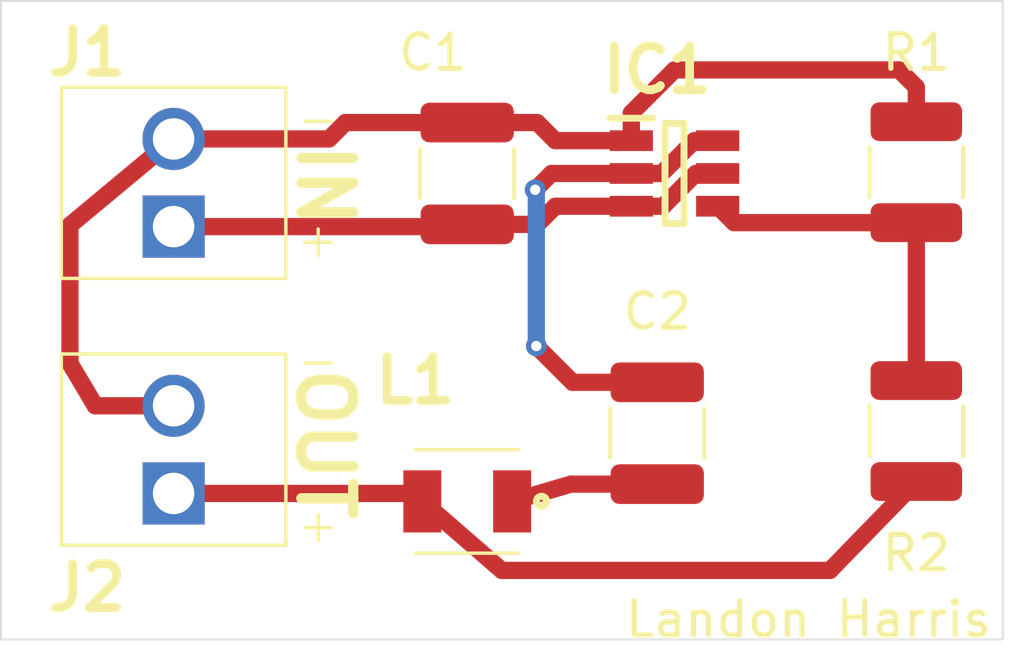
<source format=kicad_pcb>
(kicad_pcb (version 20241229) (generator "pcbnew") (generator_version "9.0")
  (layers (0 "F.Cu" signal) (2 "B.Cu" signal) (13 "F.Paste" user) (15 "B.Paste" user) (5 "F.SilkS" user "F.Silkscreen") (7 "B.SilkS" user "B.Silkscreen") (1 "F.Mask" user) (3 "B.Mask" user) (25 "Edge.Cuts" user))
  (net 0 "")
  (net 1 "GND")
  (net 2 "/IN")
  (net 3 "VBST")
  (net 4 "Net-(C2-Pad2)")
  (net 5 "/OUT")
  (net 6 "Net-(U1-VFB)")
  (footprint "SamacSys_Parts:SOT95P280X110-6N" (layer "F.Cu") (at 131 57.5)
    (property "Reference" "IC1" (at -0.5 -3 0) (layer "F.SilkS") (effects (font (size 1.27 1.27) (thickness 0.254))))
    (property "Value" "TPS561208DDCR" (hide yes))
    (fp_line (start -1.875 -1.6) (end -0.625 -1.6) (stroke (width 0.2)) (layer "F.SilkS"))
    (fp_line (start -0.275 -1.45) (end 0.275 -1.45) (stroke (width 0.2)) (layer "F.SilkS"))
    (fp_line (start -0.275 1.45) (end -0.275 -1.45) (stroke (width 0.2)) (layer "F.SilkS"))
    (fp_line (start 0.275 -1.45) (end 0.275 1.45) (stroke (width 0.2)) (layer "F.SilkS"))
    (fp_line (start 0.275 1.45) (end -0.275 1.45) (stroke (width 0.2)) (layer "F.SilkS"))
    (pad "1" smd rect (at -1.25 -0.95 90) (size 0.6 1.25) (layers "F.Cu" "F.Mask" "F.Paste") (net 1 "GND"))
    (pad "2" smd rect (at -1.25 0 90) (size 0.6 1.25) (layers "F.Cu" "F.Mask" "F.Paste") (net 3 "VBST"))
    (pad "3" smd rect (at -1.25 0.95 90) (size 0.6 1.25) (layers "F.Cu" "F.Mask" "F.Paste") (net 2 "/IN"))
    (pad "4" smd rect (at 1.25 0.95 90) (size 0.6 1.25) (layers "F.Cu" "F.Mask" "F.Paste") (net 6 "Net-(U1-VFB)"))
    (pad "5" smd rect (at 1.25 0 90) (size 0.6 1.25) (layers "F.Cu" "F.Mask" "F.Paste") (net 2 "/IN"))
    (pad "6" smd rect (at 1.25 -0.95 90) (size 0.6 1.25) (layers "F.Cu" "F.Mask" "F.Paste") (net 3 "VBST"))
  )
  (footprint "SamacSys_Parts:282834-2_1" (layer "F.Cu") (at 116.5 59.04 90)
    (property "Reference" "J1" (at 5.04 -2.5 180) (layer "F.SilkS") (effects (font (size 1.27 1.27) (thickness 0.254))))
    (property "Value" "IN" (hide yes))
    (fp_line (start 4.04 -3.25) (end 4.04 3.25) (stroke (width 0.1)) (layer "F.SilkS"))
    (fp_line (start -1.5 -3.25) (end 4.04 -3.25) (stroke (width 0.1)) (layer "F.SilkS"))
    (fp_line (start 4.04 3.25) (end -1.5 3.25) (stroke (width 0.1)) (layer "F.SilkS"))
    (fp_line (start -1.5 3.25) (end -1.5 -3.25) (stroke (width 0.1)) (layer "F.SilkS"))
    (pad "1" thru_hole rect (at 0 0 90) (size 1.8 1.8) (drill 1.2) (layers "*.Cu" "*.Mask") (net 2 "/IN"))
    (pad "2" thru_hole circle (at 2.54 0 90) (size 1.8 1.8) (drill 1.2) (layers "*.Cu" "*.Mask") (net 1 "GND"))
  )
  (footprint "Capacitor_SMD:C_1210_3225Metric" (layer "F.Cu") (at 130.5 65.025 -90)
    (property "Reference" "C2" (at -3.525 0 180) (layer "F.SilkS"))
    (property "Value" "0.1uF")
    (fp_line (start -0.711252 1.36) (end 0.711252 1.36) (stroke (width 0.12)) (layer "F.SilkS"))
    (fp_line (start -0.711252 -1.36) (end 0.711252 -1.36) (stroke (width 0.12)) (layer "F.SilkS"))
    (pad "1" smd roundrect (at -1.475 0 270) (size 1.15 2.7) (layers "F.Cu" "F.Mask" "F.Paste") (roundrect_rratio 0.217391) (net 3 "VBST"))
    (pad "2" smd roundrect (at 1.475 0 270) (size 1.15 2.7) (layers "F.Cu" "F.Mask" "F.Paste") (roundrect_rratio 0.217391) (net 4 "Net-(C2-Pad2)"))
  )
  (footprint "Capacitor_SMD:C_1210_3225Metric" (layer "F.Cu") (at 125 57.5 90)
    (property "Reference" "C1" (at 3.5 -1 180) (layer "F.SilkS"))
    (property "Value" "22uF")
    (fp_line (start -0.711252 -1.36) (end 0.711252 -1.36) (stroke (width 0.12)) (layer "F.SilkS"))
    (fp_line (start -0.711252 1.36) (end 0.711252 1.36) (stroke (width 0.12)) (layer "F.SilkS"))
    (pad "1" smd roundrect (at -1.475 0 90) (size 1.15 2.7) (layers "F.Cu" "F.Mask" "F.Paste") (roundrect_rratio 0.217391) (net 2 "/IN"))
    (pad "2" smd roundrect (at 1.475 0 90) (size 1.15 2.7) (layers "F.Cu" "F.Mask" "F.Paste") (roundrect_rratio 0.217391) (net 1 "GND"))
  )
  (footprint "Resistor_SMD:R_1210_3225Metric" (layer "F.Cu") (at 138 57.4625 90)
    (property "Reference" "R1" (at 3.4625 0 180) (layer "F.SilkS"))
    (property "Value" "10k")
    (fp_line (start -0.723737 -1.355) (end 0.723737 -1.355) (stroke (width 0.12)) (layer "F.SilkS"))
    (fp_line (start -0.723737 1.355) (end 0.723737 1.355) (stroke (width 0.12)) (layer "F.SilkS"))
    (pad "1" smd roundrect (at -1.4625 0 90) (size 1.125 2.65) (layers "F.Cu" "F.Mask" "F.Paste") (roundrect_rratio 0.222222) (net 6 "Net-(U1-VFB)"))
    (pad "2" smd roundrect (at 1.4625 0 90) (size 1.125 2.65) (layers "F.Cu" "F.Mask" "F.Paste") (roundrect_rratio 0.222222) (net 1 "GND"))
  )
  (footprint "Resistor_SMD:R_1210_3225Metric" (layer "F.Cu") (at 138 64.9625 90)
    (property "Reference" "R2" (at -3.5375 0 180) (layer "F.SilkS"))
    (property "Value" "56.2k")
    (fp_line (start -0.723737 -1.355) (end 0.723737 -1.355) (stroke (width 0.12)) (layer "F.SilkS"))
    (fp_line (start -0.723737 1.355) (end 0.723737 1.355) (stroke (width 0.12)) (layer "F.SilkS"))
    (pad "1" smd roundrect (at -1.4625 0 90) (size 1.125 2.65) (layers "F.Cu" "F.Mask" "F.Paste") (roundrect_rratio 0.222222) (net 5 "/OUT"))
    (pad "2" smd roundrect (at 1.4625 0 90) (size 1.125 2.65) (layers "F.Cu" "F.Mask" "F.Paste") (roundrect_rratio 0.222222) (net 6 "Net-(U1-VFB)"))
  )
  (footprint "SamacSys_Parts:SPM3010-3020" (layer "F.Cu") (at 125 67 180)
    (property "Reference" "L1" (at 1.5 3.5 0) (layer "F.SilkS") (effects (font (size 1.27 1.27) (thickness 0.254))))
    (property "Value" "SPM3015T-4R7M-LR" (hide yes))
    (fp_line (start 1.5 1.5) (end -1.5 1.5) (stroke (width 0.1)) (layer "F.SilkS"))
    (fp_line (start -1.5 -1.5) (end 1.5 -1.5) (stroke (width 0.1)) (layer "F.SilkS"))
    (fp_circle (center -2.15 0) (end -2.15 0.05) (stroke (width 0.2)) (fill no) (layer "F.SilkS"))
    (pad "1" smd rect (at -1.3 0 180) (size 1.1 1.8) (layers "F.Cu" "F.Mask" "F.Paste") (net 4 "Net-(C2-Pad2)"))
    (pad "2" smd rect (at 1.3 0 180) (size 1.1 1.8) (layers "F.Cu" "F.Mask" "F.Paste") (net 5 "/OUT"))
  )
  (footprint "SamacSys_Parts:282834-2_1" (layer "F.Cu") (at 116.5 66.77 90)
    (property "Reference" "J2" (at -2.73 -2.5 180) (layer "F.SilkS") (effects (font (size 1.27 1.27) (thickness 0.254))))
    (property "Value" "IN" (hide yes))
    (fp_line (start 4.04 -3.25) (end 4.04 3.25) (stroke (width 0.1)) (layer "F.SilkS"))
    (fp_line (start -1.5 -3.25) (end 4.04 -3.25) (stroke (width 0.1)) (layer "F.SilkS"))
    (fp_line (start 4.04 3.25) (end -1.5 3.25) (stroke (width 0.1)) (layer "F.SilkS"))
    (fp_line (start -1.5 3.25) (end -1.5 -3.25) (stroke (width 0.1)) (layer "F.SilkS"))
    (pad "1" thru_hole rect (at 0 0 90) (size 1.8 1.8) (drill 1.2) (layers "*.Cu" "*.Mask") (net 5 "/OUT"))
    (pad "2" thru_hole circle (at 2.54 0 90) (size 1.8 1.8) (drill 1.2) (layers "*.Cu" "*.Mask") (net 1 "GND"))
  )
  (gr_rect (start 111.5 52.5) (end 140.5 71) (stroke (width 0.05)) (fill no) (layer "Edge.Cuts"))
  (gr_text "IN\n" (at 120 56.5 270) (layer "F.SilkS") (effects (font (size 1.5 1.5) (thickness 0.3) (bold yes)) (justify left bottom)))
  (gr_text "OUT\n" (at 120 63 270) (layer "F.SilkS") (effects (font (size 1.5 1.5) (thickness 0.3) (bold yes)) (justify left bottom)))
  (gr_text "+\n" (at 120 68.27 0) (layer "F.SilkS") (effects (font (size 1 1) (thickness 0.1)) (justify left bottom)))
  (gr_text "+\n" (at 120 60 0) (layer "F.SilkS") (effects (font (size 1 1) (thickness 0.1)) (justify left bottom)))
  (gr_text "-\n" (at 120 63.5 0) (layer "F.SilkS") (effects (font (size 1 1) (thickness 0.1)) (justify left bottom)))
  (gr_text "Landon Harris " (at 129.5 71 0) (layer "F.SilkS") (effects (font (size 1 1)) (justify left bottom)))
  (gr_text "-\n" (at 120 56.5 0) (layer "F.SilkS") (effects (font (size 1 1) (thickness 0.1)) (justify left bottom)))
  (segment (start 129.75 55.75) (end 131 54.5) (width 0.5) (layer "F.Cu") (net 1))
  (segment (start 113.5 59) (end 113.5 63) (width 0.5) (layer "F.Cu") (net 1))
  (segment (start 129.75 56.55) (end 127.55 56.55) (width 0.5) (layer "F.Cu") (net 1))
  (segment (start 116.5 56.5) (end 113.5 59) (width 0.5) (layer "F.Cu") (net 1))
  (segment (start 114.23 64.23) (end 116.5 64.23) (width 0.5) (layer "F.Cu") (net 1))
  (segment (start 121.475 56.025) (end 125 56.025) (width 0.5) (layer "F.Cu") (net 1))
  (segment (start 129.75 56.55) (end 129.75 55.75) (width 0.5) (layer "F.Cu") (net 1))
  (segment (start 116.5 56.5) (end 121 56.5) (width 0.5) (layer "F.Cu") (net 1))
  (segment (start 131 54.5) (end 137.5 54.5) (width 0.5) (layer "F.Cu") (net 1))
  (segment (start 138 55) (end 138 56) (width 0.5) (layer "F.Cu") (net 1))
  (segment (start 121 56.5) (end 121.475 56.025) (width 0.5) (layer "F.Cu") (net 1))
  (segment (start 113.5 63) (end 114.23 64.23) (width 0.5) (layer "F.Cu") (net 1))
  (segment (start 127.025 56.025) (end 125 56.025) (width 0.5) (layer "F.Cu") (net 1))
  (segment (start 137.5 54.5) (end 138 55) (width 0.5) (layer "F.Cu") (net 1))
  (segment (start 127.55 56.55) (end 127.025 56.025) (width 0.5) (layer "F.Cu") (net 1))
  (segment (start 132.25 57.5) (end 131.618364 57.5) (width 0.5) (layer "F.Cu") (net 2))
  (segment (start 130.668364 58.45) (end 129.75 58.45) (width 0.5) (layer "F.Cu") (net 2))
  (segment (start 127.025 58.975) (end 125 58.975) (width 0.5) (layer "F.Cu") (net 2))
  (segment (start 131.618364 57.5) (end 130.668364 58.45) (width 0.5) (layer "F.Cu") (net 2))
  (segment (start 127.55 58.45) (end 127.025 58.975) (width 0.5) (layer "F.Cu") (net 2))
  (segment (start 129.75 58.45) (end 127.55 58.45) (width 0.5) (layer "F.Cu") (net 2))
  (segment (start 116.5 59.04) (end 124.935 59.04) (width 0.5) (layer "F.Cu") (net 2))
  (segment (start 124.935 59.04) (end 125 58.975) (width 0.5) (layer "F.Cu") (net 2))
  (segment (start 128.05 63.55) (end 127 62.5) (width 0.5) (layer "F.Cu") (net 3))
  (segment (start 126.9669 57.972439) (end 127.439339 57.5) (width 0.5) (layer "F.Cu") (net 3))
  (segment (start 132.25 56.55) (end 131.577 56.55) (width 0.5) (layer "F.Cu") (net 3))
  (segment (start 130.627 57.5) (end 129.75 57.5) (width 0.5) (layer "F.Cu") (net 3))
  (segment (start 130.5 63.55) (end 128.05 63.55) (width 0.5) (layer "F.Cu") (net 3))
  (segment (start 127.439339 57.5) (end 129.75 57.5) (width 0.5) (layer "F.Cu") (net 3))
  (segment (start 131.577 56.55) (end 130.627 57.5) (width 0.5) (layer "F.Cu") (net 3))
  (via (at 127 62.5) (size 0.6) (drill 0.3) (layers "F.Cu" "B.Cu") (net 3))
  (via (at 126.9669 57.972439) (size 0.6) (drill 0.3) (layers "F.Cu" "B.Cu") (net 3))
  (segment (start 127 62.5) (end 127 58.005539) (width 0.5) (layer "B.Cu") (net 3))
  (segment (start 127 58.005539) (end 126.9669 57.972439) (width 0.5) (layer "B.Cu") (net 3))
  (segment (start 130.5 66.5) (end 128 66.5) (width 0.5) (layer "F.Cu") (net 4))
  (segment (start 128 66.5) (end 126.3 67) (width 0.5) (layer "F.Cu") (net 4))
  (segment (start 116.5 66.77) (end 123.47 66.77) (width 0.5) (layer "F.Cu") (net 5))
  (segment (start 126 69) (end 123.7 67) (width 0.5) (layer "F.Cu") (net 5))
  (segment (start 138 66.425) (end 135.5 69) (width 0.5) (layer "F.Cu") (net 5))
  (segment (start 123.47 66.77) (end 123.7 67) (width 0.5) (layer "F.Cu") (net 5))
  (segment (start 135.5 69) (end 126 69) (width 0.5) (layer "F.Cu") (net 5))
  (segment (start 132.725 58.925) (end 132.25 58.45) (width 0.5) (layer "F.Cu") (net 6))
  (segment (start 138 58.925) (end 132.725 58.925) (width 0.5) (layer "F.Cu") (net 6))
  (segment (start 138 58.925) (end 138 63.5) (width 0.5) (layer "F.Cu") (net 6))
)
</source>
